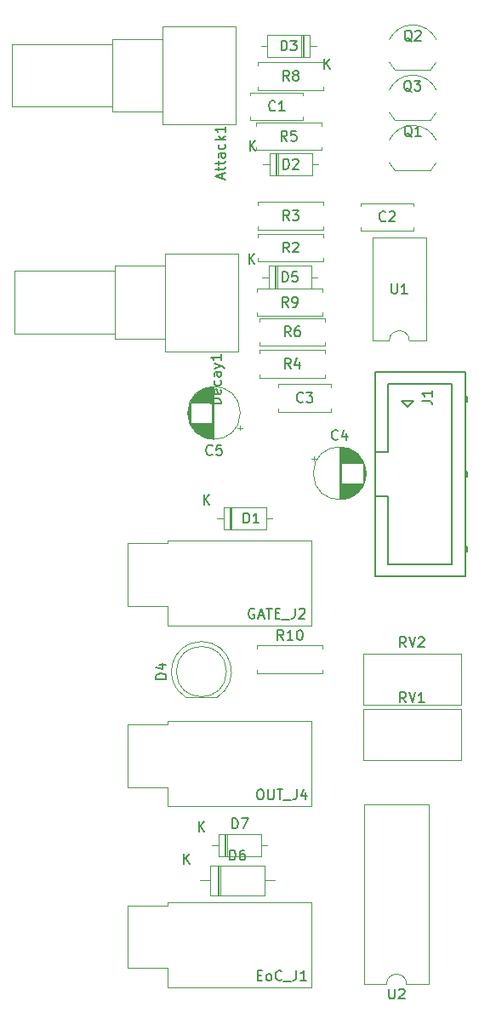
<source format=gbr>
G04 #@! TF.GenerationSoftware,KiCad,Pcbnew,5.0.1*
G04 #@! TF.CreationDate,2019-05-06T23:45:27+02:00*
G04 #@! TF.ProjectId,adadad,6164616461642E6B696361645F706362,rev?*
G04 #@! TF.SameCoordinates,Original*
G04 #@! TF.FileFunction,Legend,Top*
G04 #@! TF.FilePolarity,Positive*
%FSLAX46Y46*%
G04 Gerber Fmt 4.6, Leading zero omitted, Abs format (unit mm)*
G04 Created by KiCad (PCBNEW 5.0.1) date Mo 06 Mai 2019 23:45:27 CEST*
%MOMM*%
%LPD*%
G01*
G04 APERTURE LIST*
%ADD10C,0.120000*%
%ADD11C,0.150000*%
G04 APERTURE END LIST*
D10*
G04 #@! TO.C,RV2*
X132345000Y-111470000D02*
X132345000Y-116540000D01*
X122575000Y-111470000D02*
X122575000Y-116540000D01*
X122575000Y-116540000D02*
X132345000Y-116540000D01*
X122575000Y-111470000D02*
X132345000Y-111470000D01*
G04 #@! TO.C,RV1*
X122575000Y-116970000D02*
X132345000Y-116970000D01*
X122575000Y-122040000D02*
X132345000Y-122040000D01*
X122575000Y-116970000D02*
X122575000Y-122040000D01*
X132345000Y-116970000D02*
X132345000Y-122040000D01*
G04 #@! TO.C,D7*
X108190000Y-129380000D02*
X108190000Y-131620000D01*
X108190000Y-131620000D02*
X112430000Y-131620000D01*
X112430000Y-131620000D02*
X112430000Y-129380000D01*
X112430000Y-129380000D02*
X108190000Y-129380000D01*
X107540000Y-130500000D02*
X108190000Y-130500000D01*
X113080000Y-130500000D02*
X112430000Y-130500000D01*
X108910000Y-129380000D02*
X108910000Y-131620000D01*
X109030000Y-129380000D02*
X109030000Y-131620000D01*
X108790000Y-129380000D02*
X108790000Y-131620000D01*
G04 #@! TO.C,U2*
X124920000Y-144330000D02*
G75*
G02X126920000Y-144330000I1000000J0D01*
G01*
X126920000Y-144330000D02*
X129155000Y-144330000D01*
X129155000Y-144330000D02*
X129155000Y-126430000D01*
X129155000Y-126430000D02*
X122685000Y-126430000D01*
X122685000Y-126430000D02*
X122685000Y-144330000D01*
X122685000Y-144330000D02*
X124920000Y-144330000D01*
D11*
G04 #@! TO.C,J1*
X127000000Y-86900000D02*
X126400000Y-86300000D01*
X127600000Y-86300000D02*
X127000000Y-86900000D01*
X126400000Y-86300000D02*
X127600000Y-86300000D01*
X132840000Y-85850000D02*
X132840000Y-86350000D01*
X132940000Y-86350000D02*
X132740000Y-86350000D01*
X132940000Y-85850000D02*
X132940000Y-86350000D01*
X132740000Y-85850000D02*
X132940000Y-85850000D01*
X132840000Y-100810000D02*
X132840000Y-101310000D01*
X132940000Y-101310000D02*
X132740000Y-101310000D01*
X132940000Y-100810000D02*
X132940000Y-101310000D01*
X132740000Y-100810000D02*
X132940000Y-100810000D01*
X132840000Y-93330000D02*
X132840000Y-93830000D01*
X132940000Y-93830000D02*
X132740000Y-93830000D01*
X132940000Y-93330000D02*
X132940000Y-93830000D01*
X132740000Y-93330000D02*
X132940000Y-93330000D01*
X125100000Y-95805000D02*
X123800000Y-95805000D01*
X125100000Y-102530000D02*
X125100000Y-95805000D01*
X131440000Y-102530000D02*
X125100000Y-102530000D01*
X131440000Y-84630000D02*
X131440000Y-102530000D01*
X125100000Y-84630000D02*
X131440000Y-84630000D01*
X125100000Y-91355000D02*
X125100000Y-84630000D01*
X123800000Y-91355000D02*
X125100000Y-91355000D01*
X123800000Y-103730000D02*
X123800000Y-83430000D01*
X132740000Y-103730000D02*
X123800000Y-103730000D01*
X132740000Y-83430000D02*
X132740000Y-103730000D01*
X123800000Y-83430000D02*
X132740000Y-83430000D01*
D10*
G04 #@! TO.C,D6*
X107360000Y-132530000D02*
X107360000Y-135470000D01*
X107360000Y-135470000D02*
X112800000Y-135470000D01*
X112800000Y-135470000D02*
X112800000Y-132530000D01*
X112800000Y-132530000D02*
X107360000Y-132530000D01*
X106340000Y-134000000D02*
X107360000Y-134000000D01*
X113820000Y-134000000D02*
X112800000Y-134000000D01*
X108260000Y-132530000D02*
X108260000Y-135470000D01*
X108380000Y-132530000D02*
X108380000Y-135470000D01*
X108140000Y-132530000D02*
X108140000Y-135470000D01*
G04 #@! TO.C,D4*
X106500462Y-110240000D02*
G75*
G03X104955170Y-115790000I-462J-2990000D01*
G01*
X106499538Y-110240000D02*
G75*
G02X108044830Y-115790000I462J-2990000D01*
G01*
X109000000Y-113230000D02*
G75*
G03X109000000Y-113230000I-2500000J0D01*
G01*
X104955000Y-115790000D02*
X108045000Y-115790000D01*
G04 #@! TO.C,R10*
X112040000Y-110960000D02*
X112040000Y-110630000D01*
X112040000Y-110630000D02*
X118580000Y-110630000D01*
X118580000Y-110630000D02*
X118580000Y-110960000D01*
X112040000Y-113040000D02*
X112040000Y-113370000D01*
X112040000Y-113370000D02*
X118580000Y-113370000D01*
X118580000Y-113370000D02*
X118580000Y-113040000D01*
G04 #@! TO.C,C4*
X117695225Y-91775000D02*
X117695225Y-92275000D01*
X117445225Y-92025000D02*
X117945225Y-92025000D01*
X122851000Y-93216000D02*
X122851000Y-93784000D01*
X122811000Y-92982000D02*
X122811000Y-94018000D01*
X122771000Y-92823000D02*
X122771000Y-94177000D01*
X122731000Y-92695000D02*
X122731000Y-94305000D01*
X122691000Y-92585000D02*
X122691000Y-94415000D01*
X122651000Y-92489000D02*
X122651000Y-94511000D01*
X122611000Y-92402000D02*
X122611000Y-94598000D01*
X122571000Y-92322000D02*
X122571000Y-94678000D01*
X122531000Y-94540000D02*
X122531000Y-94751000D01*
X122531000Y-92249000D02*
X122531000Y-92460000D01*
X122491000Y-94540000D02*
X122491000Y-94819000D01*
X122491000Y-92181000D02*
X122491000Y-92460000D01*
X122451000Y-94540000D02*
X122451000Y-94883000D01*
X122451000Y-92117000D02*
X122451000Y-92460000D01*
X122411000Y-94540000D02*
X122411000Y-94943000D01*
X122411000Y-92057000D02*
X122411000Y-92460000D01*
X122371000Y-94540000D02*
X122371000Y-95000000D01*
X122371000Y-92000000D02*
X122371000Y-92460000D01*
X122331000Y-94540000D02*
X122331000Y-95054000D01*
X122331000Y-91946000D02*
X122331000Y-92460000D01*
X122291000Y-94540000D02*
X122291000Y-95105000D01*
X122291000Y-91895000D02*
X122291000Y-92460000D01*
X122251000Y-94540000D02*
X122251000Y-95153000D01*
X122251000Y-91847000D02*
X122251000Y-92460000D01*
X122211000Y-94540000D02*
X122211000Y-95199000D01*
X122211000Y-91801000D02*
X122211000Y-92460000D01*
X122171000Y-94540000D02*
X122171000Y-95243000D01*
X122171000Y-91757000D02*
X122171000Y-92460000D01*
X122131000Y-94540000D02*
X122131000Y-95285000D01*
X122131000Y-91715000D02*
X122131000Y-92460000D01*
X122091000Y-94540000D02*
X122091000Y-95326000D01*
X122091000Y-91674000D02*
X122091000Y-92460000D01*
X122051000Y-94540000D02*
X122051000Y-95364000D01*
X122051000Y-91636000D02*
X122051000Y-92460000D01*
X122011000Y-94540000D02*
X122011000Y-95401000D01*
X122011000Y-91599000D02*
X122011000Y-92460000D01*
X121971000Y-94540000D02*
X121971000Y-95437000D01*
X121971000Y-91563000D02*
X121971000Y-92460000D01*
X121931000Y-94540000D02*
X121931000Y-95471000D01*
X121931000Y-91529000D02*
X121931000Y-92460000D01*
X121891000Y-94540000D02*
X121891000Y-95504000D01*
X121891000Y-91496000D02*
X121891000Y-92460000D01*
X121851000Y-94540000D02*
X121851000Y-95535000D01*
X121851000Y-91465000D02*
X121851000Y-92460000D01*
X121811000Y-94540000D02*
X121811000Y-95565000D01*
X121811000Y-91435000D02*
X121811000Y-92460000D01*
X121771000Y-94540000D02*
X121771000Y-95595000D01*
X121771000Y-91405000D02*
X121771000Y-92460000D01*
X121731000Y-94540000D02*
X121731000Y-95622000D01*
X121731000Y-91378000D02*
X121731000Y-92460000D01*
X121691000Y-94540000D02*
X121691000Y-95649000D01*
X121691000Y-91351000D02*
X121691000Y-92460000D01*
X121651000Y-94540000D02*
X121651000Y-95675000D01*
X121651000Y-91325000D02*
X121651000Y-92460000D01*
X121611000Y-94540000D02*
X121611000Y-95700000D01*
X121611000Y-91300000D02*
X121611000Y-92460000D01*
X121571000Y-94540000D02*
X121571000Y-95724000D01*
X121571000Y-91276000D02*
X121571000Y-92460000D01*
X121531000Y-94540000D02*
X121531000Y-95747000D01*
X121531000Y-91253000D02*
X121531000Y-92460000D01*
X121491000Y-94540000D02*
X121491000Y-95768000D01*
X121491000Y-91232000D02*
X121491000Y-92460000D01*
X121451000Y-94540000D02*
X121451000Y-95790000D01*
X121451000Y-91210000D02*
X121451000Y-92460000D01*
X121411000Y-94540000D02*
X121411000Y-95810000D01*
X121411000Y-91190000D02*
X121411000Y-92460000D01*
X121371000Y-94540000D02*
X121371000Y-95829000D01*
X121371000Y-91171000D02*
X121371000Y-92460000D01*
X121331000Y-94540000D02*
X121331000Y-95848000D01*
X121331000Y-91152000D02*
X121331000Y-92460000D01*
X121291000Y-94540000D02*
X121291000Y-95865000D01*
X121291000Y-91135000D02*
X121291000Y-92460000D01*
X121251000Y-94540000D02*
X121251000Y-95882000D01*
X121251000Y-91118000D02*
X121251000Y-92460000D01*
X121211000Y-94540000D02*
X121211000Y-95898000D01*
X121211000Y-91102000D02*
X121211000Y-92460000D01*
X121171000Y-94540000D02*
X121171000Y-95914000D01*
X121171000Y-91086000D02*
X121171000Y-92460000D01*
X121131000Y-94540000D02*
X121131000Y-95928000D01*
X121131000Y-91072000D02*
X121131000Y-92460000D01*
X121091000Y-94540000D02*
X121091000Y-95942000D01*
X121091000Y-91058000D02*
X121091000Y-92460000D01*
X121051000Y-94540000D02*
X121051000Y-95955000D01*
X121051000Y-91045000D02*
X121051000Y-92460000D01*
X121011000Y-94540000D02*
X121011000Y-95968000D01*
X121011000Y-91032000D02*
X121011000Y-92460000D01*
X120971000Y-94540000D02*
X120971000Y-95980000D01*
X120971000Y-91020000D02*
X120971000Y-92460000D01*
X120930000Y-94540000D02*
X120930000Y-95991000D01*
X120930000Y-91009000D02*
X120930000Y-92460000D01*
X120890000Y-94540000D02*
X120890000Y-96001000D01*
X120890000Y-90999000D02*
X120890000Y-92460000D01*
X120850000Y-94540000D02*
X120850000Y-96011000D01*
X120850000Y-90989000D02*
X120850000Y-92460000D01*
X120810000Y-94540000D02*
X120810000Y-96020000D01*
X120810000Y-90980000D02*
X120810000Y-92460000D01*
X120770000Y-94540000D02*
X120770000Y-96028000D01*
X120770000Y-90972000D02*
X120770000Y-92460000D01*
X120730000Y-94540000D02*
X120730000Y-96036000D01*
X120730000Y-90964000D02*
X120730000Y-92460000D01*
X120690000Y-94540000D02*
X120690000Y-96043000D01*
X120690000Y-90957000D02*
X120690000Y-92460000D01*
X120650000Y-94540000D02*
X120650000Y-96050000D01*
X120650000Y-90950000D02*
X120650000Y-92460000D01*
X120610000Y-94540000D02*
X120610000Y-96056000D01*
X120610000Y-90944000D02*
X120610000Y-92460000D01*
X120570000Y-94540000D02*
X120570000Y-96061000D01*
X120570000Y-90939000D02*
X120570000Y-92460000D01*
X120530000Y-94540000D02*
X120530000Y-96065000D01*
X120530000Y-90935000D02*
X120530000Y-92460000D01*
X120490000Y-94540000D02*
X120490000Y-96069000D01*
X120490000Y-90931000D02*
X120490000Y-92460000D01*
X120450000Y-90927000D02*
X120450000Y-96073000D01*
X120410000Y-90924000D02*
X120410000Y-96076000D01*
X120370000Y-90922000D02*
X120370000Y-96078000D01*
X120330000Y-90921000D02*
X120330000Y-96079000D01*
X120290000Y-90920000D02*
X120290000Y-96080000D01*
X120250000Y-90920000D02*
X120250000Y-96080000D01*
X122870000Y-93500000D02*
G75*
G03X122870000Y-93500000I-2620000J0D01*
G01*
G04 #@! TO.C,C5*
X110370000Y-87500000D02*
G75*
G03X110370000Y-87500000I-2620000J0D01*
G01*
X107750000Y-90080000D02*
X107750000Y-84920000D01*
X107710000Y-90080000D02*
X107710000Y-84920000D01*
X107670000Y-90079000D02*
X107670000Y-84921000D01*
X107630000Y-90078000D02*
X107630000Y-84922000D01*
X107590000Y-90076000D02*
X107590000Y-84924000D01*
X107550000Y-90073000D02*
X107550000Y-84927000D01*
X107510000Y-90069000D02*
X107510000Y-88540000D01*
X107510000Y-86460000D02*
X107510000Y-84931000D01*
X107470000Y-90065000D02*
X107470000Y-88540000D01*
X107470000Y-86460000D02*
X107470000Y-84935000D01*
X107430000Y-90061000D02*
X107430000Y-88540000D01*
X107430000Y-86460000D02*
X107430000Y-84939000D01*
X107390000Y-90056000D02*
X107390000Y-88540000D01*
X107390000Y-86460000D02*
X107390000Y-84944000D01*
X107350000Y-90050000D02*
X107350000Y-88540000D01*
X107350000Y-86460000D02*
X107350000Y-84950000D01*
X107310000Y-90043000D02*
X107310000Y-88540000D01*
X107310000Y-86460000D02*
X107310000Y-84957000D01*
X107270000Y-90036000D02*
X107270000Y-88540000D01*
X107270000Y-86460000D02*
X107270000Y-84964000D01*
X107230000Y-90028000D02*
X107230000Y-88540000D01*
X107230000Y-86460000D02*
X107230000Y-84972000D01*
X107190000Y-90020000D02*
X107190000Y-88540000D01*
X107190000Y-86460000D02*
X107190000Y-84980000D01*
X107150000Y-90011000D02*
X107150000Y-88540000D01*
X107150000Y-86460000D02*
X107150000Y-84989000D01*
X107110000Y-90001000D02*
X107110000Y-88540000D01*
X107110000Y-86460000D02*
X107110000Y-84999000D01*
X107070000Y-89991000D02*
X107070000Y-88540000D01*
X107070000Y-86460000D02*
X107070000Y-85009000D01*
X107029000Y-89980000D02*
X107029000Y-88540000D01*
X107029000Y-86460000D02*
X107029000Y-85020000D01*
X106989000Y-89968000D02*
X106989000Y-88540000D01*
X106989000Y-86460000D02*
X106989000Y-85032000D01*
X106949000Y-89955000D02*
X106949000Y-88540000D01*
X106949000Y-86460000D02*
X106949000Y-85045000D01*
X106909000Y-89942000D02*
X106909000Y-88540000D01*
X106909000Y-86460000D02*
X106909000Y-85058000D01*
X106869000Y-89928000D02*
X106869000Y-88540000D01*
X106869000Y-86460000D02*
X106869000Y-85072000D01*
X106829000Y-89914000D02*
X106829000Y-88540000D01*
X106829000Y-86460000D02*
X106829000Y-85086000D01*
X106789000Y-89898000D02*
X106789000Y-88540000D01*
X106789000Y-86460000D02*
X106789000Y-85102000D01*
X106749000Y-89882000D02*
X106749000Y-88540000D01*
X106749000Y-86460000D02*
X106749000Y-85118000D01*
X106709000Y-89865000D02*
X106709000Y-88540000D01*
X106709000Y-86460000D02*
X106709000Y-85135000D01*
X106669000Y-89848000D02*
X106669000Y-88540000D01*
X106669000Y-86460000D02*
X106669000Y-85152000D01*
X106629000Y-89829000D02*
X106629000Y-88540000D01*
X106629000Y-86460000D02*
X106629000Y-85171000D01*
X106589000Y-89810000D02*
X106589000Y-88540000D01*
X106589000Y-86460000D02*
X106589000Y-85190000D01*
X106549000Y-89790000D02*
X106549000Y-88540000D01*
X106549000Y-86460000D02*
X106549000Y-85210000D01*
X106509000Y-89768000D02*
X106509000Y-88540000D01*
X106509000Y-86460000D02*
X106509000Y-85232000D01*
X106469000Y-89747000D02*
X106469000Y-88540000D01*
X106469000Y-86460000D02*
X106469000Y-85253000D01*
X106429000Y-89724000D02*
X106429000Y-88540000D01*
X106429000Y-86460000D02*
X106429000Y-85276000D01*
X106389000Y-89700000D02*
X106389000Y-88540000D01*
X106389000Y-86460000D02*
X106389000Y-85300000D01*
X106349000Y-89675000D02*
X106349000Y-88540000D01*
X106349000Y-86460000D02*
X106349000Y-85325000D01*
X106309000Y-89649000D02*
X106309000Y-88540000D01*
X106309000Y-86460000D02*
X106309000Y-85351000D01*
X106269000Y-89622000D02*
X106269000Y-88540000D01*
X106269000Y-86460000D02*
X106269000Y-85378000D01*
X106229000Y-89595000D02*
X106229000Y-88540000D01*
X106229000Y-86460000D02*
X106229000Y-85405000D01*
X106189000Y-89565000D02*
X106189000Y-88540000D01*
X106189000Y-86460000D02*
X106189000Y-85435000D01*
X106149000Y-89535000D02*
X106149000Y-88540000D01*
X106149000Y-86460000D02*
X106149000Y-85465000D01*
X106109000Y-89504000D02*
X106109000Y-88540000D01*
X106109000Y-86460000D02*
X106109000Y-85496000D01*
X106069000Y-89471000D02*
X106069000Y-88540000D01*
X106069000Y-86460000D02*
X106069000Y-85529000D01*
X106029000Y-89437000D02*
X106029000Y-88540000D01*
X106029000Y-86460000D02*
X106029000Y-85563000D01*
X105989000Y-89401000D02*
X105989000Y-88540000D01*
X105989000Y-86460000D02*
X105989000Y-85599000D01*
X105949000Y-89364000D02*
X105949000Y-88540000D01*
X105949000Y-86460000D02*
X105949000Y-85636000D01*
X105909000Y-89326000D02*
X105909000Y-88540000D01*
X105909000Y-86460000D02*
X105909000Y-85674000D01*
X105869000Y-89285000D02*
X105869000Y-88540000D01*
X105869000Y-86460000D02*
X105869000Y-85715000D01*
X105829000Y-89243000D02*
X105829000Y-88540000D01*
X105829000Y-86460000D02*
X105829000Y-85757000D01*
X105789000Y-89199000D02*
X105789000Y-88540000D01*
X105789000Y-86460000D02*
X105789000Y-85801000D01*
X105749000Y-89153000D02*
X105749000Y-88540000D01*
X105749000Y-86460000D02*
X105749000Y-85847000D01*
X105709000Y-89105000D02*
X105709000Y-88540000D01*
X105709000Y-86460000D02*
X105709000Y-85895000D01*
X105669000Y-89054000D02*
X105669000Y-88540000D01*
X105669000Y-86460000D02*
X105669000Y-85946000D01*
X105629000Y-89000000D02*
X105629000Y-88540000D01*
X105629000Y-86460000D02*
X105629000Y-86000000D01*
X105589000Y-88943000D02*
X105589000Y-88540000D01*
X105589000Y-86460000D02*
X105589000Y-86057000D01*
X105549000Y-88883000D02*
X105549000Y-88540000D01*
X105549000Y-86460000D02*
X105549000Y-86117000D01*
X105509000Y-88819000D02*
X105509000Y-88540000D01*
X105509000Y-86460000D02*
X105509000Y-86181000D01*
X105469000Y-88751000D02*
X105469000Y-88540000D01*
X105469000Y-86460000D02*
X105469000Y-86249000D01*
X105429000Y-88678000D02*
X105429000Y-86322000D01*
X105389000Y-88598000D02*
X105389000Y-86402000D01*
X105349000Y-88511000D02*
X105349000Y-86489000D01*
X105309000Y-88415000D02*
X105309000Y-86585000D01*
X105269000Y-88305000D02*
X105269000Y-86695000D01*
X105229000Y-88177000D02*
X105229000Y-86823000D01*
X105189000Y-88018000D02*
X105189000Y-86982000D01*
X105149000Y-87784000D02*
X105149000Y-87216000D01*
X110554775Y-88975000D02*
X110054775Y-88975000D01*
X110304775Y-89225000D02*
X110304775Y-88725000D01*
G04 #@! TO.C,Q1*
X125740000Y-63350000D02*
X129340000Y-63350000D01*
X125215816Y-62622795D02*
G75*
G03X125740000Y-63350000I2324184J1122795D01*
G01*
X125183600Y-60401193D02*
G75*
G02X127540000Y-58900000I2356400J-1098807D01*
G01*
X129896400Y-60401193D02*
G75*
G03X127540000Y-58900000I-2356400J-1098807D01*
G01*
X129864184Y-62622795D02*
G75*
G02X129340000Y-63350000I-2324184J1122795D01*
G01*
G04 #@! TO.C,Q2*
X129864184Y-52622795D02*
G75*
G02X129340000Y-53350000I-2324184J1122795D01*
G01*
X129896400Y-50401193D02*
G75*
G03X127540000Y-48900000I-2356400J-1098807D01*
G01*
X125183600Y-50401193D02*
G75*
G02X127540000Y-48900000I2356400J-1098807D01*
G01*
X125215816Y-52622795D02*
G75*
G03X125740000Y-53350000I2324184J1122795D01*
G01*
X125740000Y-53350000D02*
X129340000Y-53350000D01*
G04 #@! TO.C,Q3*
X125740000Y-58350000D02*
X129340000Y-58350000D01*
X125215816Y-57622795D02*
G75*
G03X125740000Y-58350000I2324184J1122795D01*
G01*
X125183600Y-55401193D02*
G75*
G02X127540000Y-53900000I2356400J-1098807D01*
G01*
X129896400Y-55401193D02*
G75*
G03X127540000Y-53900000I-2356400J-1098807D01*
G01*
X129864184Y-57622795D02*
G75*
G02X129340000Y-58350000I-2324184J1122795D01*
G01*
G04 #@! TO.C,EoC_J1*
X99180000Y-142720000D02*
X99180000Y-136480000D01*
X99180000Y-136480000D02*
X103180000Y-136480000D01*
X103180000Y-136480000D02*
X103180000Y-136180000D01*
X103180000Y-136180000D02*
X117420000Y-136180000D01*
X117420000Y-136180000D02*
X117420000Y-144620000D01*
X117420000Y-144620000D02*
X103180000Y-144620000D01*
X103180000Y-144620000D02*
X103180000Y-142720000D01*
X103180000Y-142720000D02*
X99180000Y-142720000D01*
G04 #@! TO.C,GATE_J2*
X99180000Y-106720000D02*
X99180000Y-100480000D01*
X99180000Y-100480000D02*
X103180000Y-100480000D01*
X103180000Y-100480000D02*
X103180000Y-100180000D01*
X103180000Y-100180000D02*
X117420000Y-100180000D01*
X117420000Y-100180000D02*
X117420000Y-108620000D01*
X117420000Y-108620000D02*
X103180000Y-108620000D01*
X103180000Y-108620000D02*
X103180000Y-106720000D01*
X103180000Y-106720000D02*
X99180000Y-106720000D01*
G04 #@! TO.C,OUT_J4*
X99180000Y-124720000D02*
X99180000Y-118480000D01*
X99180000Y-118480000D02*
X103180000Y-118480000D01*
X103180000Y-118480000D02*
X103180000Y-118180000D01*
X103180000Y-118180000D02*
X117420000Y-118180000D01*
X117420000Y-118180000D02*
X117420000Y-126620000D01*
X117420000Y-126620000D02*
X103180000Y-126620000D01*
X103180000Y-126620000D02*
X103180000Y-124720000D01*
X103180000Y-124720000D02*
X99180000Y-124720000D01*
G04 #@! TO.C,Attack1*
X109945000Y-58805000D02*
X102655000Y-58805000D01*
X109945000Y-49065000D02*
X102655000Y-49065000D01*
X109945000Y-58805000D02*
X109945000Y-49065000D01*
X102655000Y-58805000D02*
X102655000Y-49065000D01*
X102655000Y-57555000D02*
X97655000Y-57555000D01*
X102655000Y-50315000D02*
X97655000Y-50315000D01*
X102655000Y-57555000D02*
X102655000Y-50315000D01*
X97655000Y-57555000D02*
X97655000Y-50315000D01*
X97655000Y-57055000D02*
X87655000Y-57055000D01*
X97655000Y-50815000D02*
X87655000Y-50815000D01*
X97655000Y-57055000D02*
X97655000Y-50815000D01*
X87655000Y-57055000D02*
X87655000Y-50815000D01*
G04 #@! TO.C,Decay1*
X110170000Y-81370000D02*
X102880000Y-81370000D01*
X110170000Y-71630000D02*
X102880000Y-71630000D01*
X110170000Y-81370000D02*
X110170000Y-71630000D01*
X102880000Y-81370000D02*
X102880000Y-71630000D01*
X102880000Y-80120000D02*
X97880000Y-80120000D01*
X102880000Y-72880000D02*
X97880000Y-72880000D01*
X102880000Y-80120000D02*
X102880000Y-72880000D01*
X97880000Y-80120000D02*
X97880000Y-72880000D01*
X97880000Y-79620000D02*
X87880000Y-79620000D01*
X97880000Y-73380000D02*
X87880000Y-73380000D01*
X97880000Y-79620000D02*
X97880000Y-73380000D01*
X87880000Y-79620000D02*
X87880000Y-73380000D01*
G04 #@! TO.C,C1*
X116620000Y-58055000D02*
X116620000Y-58370000D01*
X116620000Y-55630000D02*
X116620000Y-55945000D01*
X111380000Y-58055000D02*
X111380000Y-58370000D01*
X111380000Y-55630000D02*
X111380000Y-55945000D01*
X111380000Y-58370000D02*
X116620000Y-58370000D01*
X111380000Y-55630000D02*
X116620000Y-55630000D01*
G04 #@! TO.C,C2*
X122380000Y-66630000D02*
X127620000Y-66630000D01*
X122380000Y-69370000D02*
X127620000Y-69370000D01*
X122380000Y-66630000D02*
X122380000Y-66945000D01*
X122380000Y-69055000D02*
X122380000Y-69370000D01*
X127620000Y-66630000D02*
X127620000Y-66945000D01*
X127620000Y-69055000D02*
X127620000Y-69370000D01*
G04 #@! TO.C,C3*
X119405000Y-87055000D02*
X119405000Y-87370000D01*
X119405000Y-84630000D02*
X119405000Y-84945000D01*
X114165000Y-87055000D02*
X114165000Y-87370000D01*
X114165000Y-84630000D02*
X114165000Y-84945000D01*
X114165000Y-87370000D02*
X119405000Y-87370000D01*
X114165000Y-84630000D02*
X119405000Y-84630000D01*
G04 #@! TO.C,D1*
X109290000Y-96880000D02*
X109290000Y-99120000D01*
X109530000Y-96880000D02*
X109530000Y-99120000D01*
X109410000Y-96880000D02*
X109410000Y-99120000D01*
X113580000Y-98000000D02*
X112930000Y-98000000D01*
X108040000Y-98000000D02*
X108690000Y-98000000D01*
X112930000Y-96880000D02*
X108690000Y-96880000D01*
X112930000Y-99120000D02*
X112930000Y-96880000D01*
X108690000Y-99120000D02*
X112930000Y-99120000D01*
X108690000Y-96880000D02*
X108690000Y-99120000D01*
G04 #@! TO.C,D2*
X113275000Y-61665000D02*
X113275000Y-63905000D01*
X113275000Y-63905000D02*
X117515000Y-63905000D01*
X117515000Y-63905000D02*
X117515000Y-61665000D01*
X117515000Y-61665000D02*
X113275000Y-61665000D01*
X112625000Y-62785000D02*
X113275000Y-62785000D01*
X118165000Y-62785000D02*
X117515000Y-62785000D01*
X113995000Y-61665000D02*
X113995000Y-63905000D01*
X114115000Y-61665000D02*
X114115000Y-63905000D01*
X113875000Y-61665000D02*
X113875000Y-63905000D01*
G04 #@! TO.C,D3*
X116710000Y-52120000D02*
X116710000Y-49880000D01*
X116470000Y-52120000D02*
X116470000Y-49880000D01*
X116590000Y-52120000D02*
X116590000Y-49880000D01*
X112420000Y-51000000D02*
X113070000Y-51000000D01*
X117960000Y-51000000D02*
X117310000Y-51000000D01*
X113070000Y-52120000D02*
X117310000Y-52120000D01*
X113070000Y-49880000D02*
X113070000Y-52120000D01*
X117310000Y-49880000D02*
X113070000Y-49880000D01*
X117310000Y-52120000D02*
X117310000Y-49880000D01*
G04 #@! TO.C,D5*
X113790000Y-72880000D02*
X113790000Y-75120000D01*
X114030000Y-72880000D02*
X114030000Y-75120000D01*
X113910000Y-72880000D02*
X113910000Y-75120000D01*
X118080000Y-74000000D02*
X117430000Y-74000000D01*
X112540000Y-74000000D02*
X113190000Y-74000000D01*
X117430000Y-72880000D02*
X113190000Y-72880000D01*
X117430000Y-75120000D02*
X117430000Y-72880000D01*
X113190000Y-75120000D02*
X117430000Y-75120000D01*
X113190000Y-72880000D02*
X113190000Y-75120000D01*
G04 #@! TO.C,R2*
X118665000Y-72120000D02*
X118665000Y-72450000D01*
X118665000Y-72450000D02*
X112125000Y-72450000D01*
X112125000Y-72450000D02*
X112125000Y-72120000D01*
X118665000Y-70040000D02*
X118665000Y-69710000D01*
X118665000Y-69710000D02*
X112125000Y-69710000D01*
X112125000Y-69710000D02*
X112125000Y-70040000D01*
G04 #@! TO.C,R5*
X111920000Y-58630000D02*
X111920000Y-58960000D01*
X118460000Y-58630000D02*
X111920000Y-58630000D01*
X118460000Y-58960000D02*
X118460000Y-58630000D01*
X111920000Y-61370000D02*
X111920000Y-61040000D01*
X118460000Y-61370000D02*
X111920000Y-61370000D01*
X118460000Y-61040000D02*
X118460000Y-61370000D01*
G04 #@! TO.C,R6*
X112285000Y-78405000D02*
X112285000Y-78075000D01*
X112285000Y-78075000D02*
X118825000Y-78075000D01*
X118825000Y-78075000D02*
X118825000Y-78405000D01*
X112285000Y-80485000D02*
X112285000Y-80815000D01*
X112285000Y-80815000D02*
X118825000Y-80815000D01*
X118825000Y-80815000D02*
X118825000Y-80485000D01*
G04 #@! TO.C,R8*
X112125000Y-52960000D02*
X112125000Y-52630000D01*
X112125000Y-52630000D02*
X118665000Y-52630000D01*
X118665000Y-52630000D02*
X118665000Y-52960000D01*
X112125000Y-55040000D02*
X112125000Y-55370000D01*
X112125000Y-55370000D02*
X118665000Y-55370000D01*
X118665000Y-55370000D02*
X118665000Y-55040000D01*
G04 #@! TO.C,R9*
X112040000Y-75460000D02*
X112040000Y-75130000D01*
X112040000Y-75130000D02*
X118580000Y-75130000D01*
X118580000Y-75130000D02*
X118580000Y-75460000D01*
X112040000Y-77540000D02*
X112040000Y-77870000D01*
X112040000Y-77870000D02*
X118580000Y-77870000D01*
X118580000Y-77870000D02*
X118580000Y-77540000D01*
G04 #@! TO.C,R4*
X112285000Y-81580000D02*
X112285000Y-81250000D01*
X112285000Y-81250000D02*
X118825000Y-81250000D01*
X118825000Y-81250000D02*
X118825000Y-81580000D01*
X112285000Y-83660000D02*
X112285000Y-83990000D01*
X112285000Y-83990000D02*
X118825000Y-83990000D01*
X118825000Y-83990000D02*
X118825000Y-83660000D01*
G04 #@! TO.C,R3*
X112125000Y-66535000D02*
X112125000Y-66865000D01*
X118665000Y-66535000D02*
X112125000Y-66535000D01*
X118665000Y-66865000D02*
X118665000Y-66535000D01*
X112125000Y-69275000D02*
X112125000Y-68945000D01*
X118665000Y-69275000D02*
X112125000Y-69275000D01*
X118665000Y-68945000D02*
X118665000Y-69275000D01*
G04 #@! TO.C,U1*
X123540000Y-80330000D02*
X125190000Y-80330000D01*
X123540000Y-70050000D02*
X123540000Y-80330000D01*
X128840000Y-70050000D02*
X123540000Y-70050000D01*
X128840000Y-80330000D02*
X128840000Y-70050000D01*
X127190000Y-80330000D02*
X128840000Y-80330000D01*
X125190000Y-80330000D02*
G75*
G02X127190000Y-80330000I1000000J0D01*
G01*
G04 #@! TO.C,RV2*
D11*
X126864761Y-110792380D02*
X126531428Y-110316190D01*
X126293333Y-110792380D02*
X126293333Y-109792380D01*
X126674285Y-109792380D01*
X126769523Y-109840000D01*
X126817142Y-109887619D01*
X126864761Y-109982857D01*
X126864761Y-110125714D01*
X126817142Y-110220952D01*
X126769523Y-110268571D01*
X126674285Y-110316190D01*
X126293333Y-110316190D01*
X127150476Y-109792380D02*
X127483809Y-110792380D01*
X127817142Y-109792380D01*
X128102857Y-109887619D02*
X128150476Y-109840000D01*
X128245714Y-109792380D01*
X128483809Y-109792380D01*
X128579047Y-109840000D01*
X128626666Y-109887619D01*
X128674285Y-109982857D01*
X128674285Y-110078095D01*
X128626666Y-110220952D01*
X128055238Y-110792380D01*
X128674285Y-110792380D01*
G04 #@! TO.C,RV1*
X126864761Y-116292380D02*
X126531428Y-115816190D01*
X126293333Y-116292380D02*
X126293333Y-115292380D01*
X126674285Y-115292380D01*
X126769523Y-115340000D01*
X126817142Y-115387619D01*
X126864761Y-115482857D01*
X126864761Y-115625714D01*
X126817142Y-115720952D01*
X126769523Y-115768571D01*
X126674285Y-115816190D01*
X126293333Y-115816190D01*
X127150476Y-115292380D02*
X127483809Y-116292380D01*
X127817142Y-115292380D01*
X128674285Y-116292380D02*
X128102857Y-116292380D01*
X128388571Y-116292380D02*
X128388571Y-115292380D01*
X128293333Y-115435238D01*
X128198095Y-115530476D01*
X128102857Y-115578095D01*
G04 #@! TO.C,D7*
X109571904Y-128832380D02*
X109571904Y-127832380D01*
X109810000Y-127832380D01*
X109952857Y-127880000D01*
X110048095Y-127975238D01*
X110095714Y-128070476D01*
X110143333Y-128260952D01*
X110143333Y-128403809D01*
X110095714Y-128594285D01*
X110048095Y-128689523D01*
X109952857Y-128784761D01*
X109810000Y-128832380D01*
X109571904Y-128832380D01*
X110476666Y-127832380D02*
X111143333Y-127832380D01*
X110714761Y-128832380D01*
X106238095Y-129152380D02*
X106238095Y-128152380D01*
X106809523Y-129152380D02*
X106380952Y-128580952D01*
X106809523Y-128152380D02*
X106238095Y-128723809D01*
G04 #@! TO.C,U2*
X125158095Y-144782380D02*
X125158095Y-145591904D01*
X125205714Y-145687142D01*
X125253333Y-145734761D01*
X125348571Y-145782380D01*
X125539047Y-145782380D01*
X125634285Y-145734761D01*
X125681904Y-145687142D01*
X125729523Y-145591904D01*
X125729523Y-144782380D01*
X126158095Y-144877619D02*
X126205714Y-144830000D01*
X126300952Y-144782380D01*
X126539047Y-144782380D01*
X126634285Y-144830000D01*
X126681904Y-144877619D01*
X126729523Y-144972857D01*
X126729523Y-145068095D01*
X126681904Y-145210952D01*
X126110476Y-145782380D01*
X126729523Y-145782380D01*
G04 #@! TO.C,J1*
X128452380Y-86293333D02*
X129166666Y-86293333D01*
X129309523Y-86340952D01*
X129404761Y-86436190D01*
X129452380Y-86579047D01*
X129452380Y-86674285D01*
X129452380Y-85293333D02*
X129452380Y-85864761D01*
X129452380Y-85579047D02*
X128452380Y-85579047D01*
X128595238Y-85674285D01*
X128690476Y-85769523D01*
X128738095Y-85864761D01*
G04 #@! TO.C,D6*
X109341904Y-131982380D02*
X109341904Y-130982380D01*
X109580000Y-130982380D01*
X109722857Y-131030000D01*
X109818095Y-131125238D01*
X109865714Y-131220476D01*
X109913333Y-131410952D01*
X109913333Y-131553809D01*
X109865714Y-131744285D01*
X109818095Y-131839523D01*
X109722857Y-131934761D01*
X109580000Y-131982380D01*
X109341904Y-131982380D01*
X110770476Y-130982380D02*
X110580000Y-130982380D01*
X110484761Y-131030000D01*
X110437142Y-131077619D01*
X110341904Y-131220476D01*
X110294285Y-131410952D01*
X110294285Y-131791904D01*
X110341904Y-131887142D01*
X110389523Y-131934761D01*
X110484761Y-131982380D01*
X110675238Y-131982380D01*
X110770476Y-131934761D01*
X110818095Y-131887142D01*
X110865714Y-131791904D01*
X110865714Y-131553809D01*
X110818095Y-131458571D01*
X110770476Y-131410952D01*
X110675238Y-131363333D01*
X110484761Y-131363333D01*
X110389523Y-131410952D01*
X110341904Y-131458571D01*
X110294285Y-131553809D01*
X104738095Y-132352380D02*
X104738095Y-131352380D01*
X105309523Y-132352380D02*
X104880952Y-131780952D01*
X105309523Y-131352380D02*
X104738095Y-131923809D01*
G04 #@! TO.C,D4*
X102992380Y-113968095D02*
X101992380Y-113968095D01*
X101992380Y-113730000D01*
X102040000Y-113587142D01*
X102135238Y-113491904D01*
X102230476Y-113444285D01*
X102420952Y-113396666D01*
X102563809Y-113396666D01*
X102754285Y-113444285D01*
X102849523Y-113491904D01*
X102944761Y-113587142D01*
X102992380Y-113730000D01*
X102992380Y-113968095D01*
X102325714Y-112539523D02*
X102992380Y-112539523D01*
X101944761Y-112777619D02*
X102659047Y-113015714D01*
X102659047Y-112396666D01*
G04 #@! TO.C,R10*
X114667142Y-110082380D02*
X114333809Y-109606190D01*
X114095714Y-110082380D02*
X114095714Y-109082380D01*
X114476666Y-109082380D01*
X114571904Y-109130000D01*
X114619523Y-109177619D01*
X114667142Y-109272857D01*
X114667142Y-109415714D01*
X114619523Y-109510952D01*
X114571904Y-109558571D01*
X114476666Y-109606190D01*
X114095714Y-109606190D01*
X115619523Y-110082380D02*
X115048095Y-110082380D01*
X115333809Y-110082380D02*
X115333809Y-109082380D01*
X115238571Y-109225238D01*
X115143333Y-109320476D01*
X115048095Y-109368095D01*
X116238571Y-109082380D02*
X116333809Y-109082380D01*
X116429047Y-109130000D01*
X116476666Y-109177619D01*
X116524285Y-109272857D01*
X116571904Y-109463333D01*
X116571904Y-109701428D01*
X116524285Y-109891904D01*
X116476666Y-109987142D01*
X116429047Y-110034761D01*
X116333809Y-110082380D01*
X116238571Y-110082380D01*
X116143333Y-110034761D01*
X116095714Y-109987142D01*
X116048095Y-109891904D01*
X116000476Y-109701428D01*
X116000476Y-109463333D01*
X116048095Y-109272857D01*
X116095714Y-109177619D01*
X116143333Y-109130000D01*
X116238571Y-109082380D01*
G04 #@! TO.C,C4*
X120083333Y-90107142D02*
X120035714Y-90154761D01*
X119892857Y-90202380D01*
X119797619Y-90202380D01*
X119654761Y-90154761D01*
X119559523Y-90059523D01*
X119511904Y-89964285D01*
X119464285Y-89773809D01*
X119464285Y-89630952D01*
X119511904Y-89440476D01*
X119559523Y-89345238D01*
X119654761Y-89250000D01*
X119797619Y-89202380D01*
X119892857Y-89202380D01*
X120035714Y-89250000D01*
X120083333Y-89297619D01*
X120940476Y-89535714D02*
X120940476Y-90202380D01*
X120702380Y-89154761D02*
X120464285Y-89869047D01*
X121083333Y-89869047D01*
G04 #@! TO.C,C5*
X107583333Y-91607142D02*
X107535714Y-91654761D01*
X107392857Y-91702380D01*
X107297619Y-91702380D01*
X107154761Y-91654761D01*
X107059523Y-91559523D01*
X107011904Y-91464285D01*
X106964285Y-91273809D01*
X106964285Y-91130952D01*
X107011904Y-90940476D01*
X107059523Y-90845238D01*
X107154761Y-90750000D01*
X107297619Y-90702380D01*
X107392857Y-90702380D01*
X107535714Y-90750000D01*
X107583333Y-90797619D01*
X108488095Y-90702380D02*
X108011904Y-90702380D01*
X107964285Y-91178571D01*
X108011904Y-91130952D01*
X108107142Y-91083333D01*
X108345238Y-91083333D01*
X108440476Y-91130952D01*
X108488095Y-91178571D01*
X108535714Y-91273809D01*
X108535714Y-91511904D01*
X108488095Y-91607142D01*
X108440476Y-91654761D01*
X108345238Y-91702380D01*
X108107142Y-91702380D01*
X108011904Y-91654761D01*
X107964285Y-91607142D01*
G04 #@! TO.C,Q1*
X127444761Y-60047619D02*
X127349523Y-60000000D01*
X127254285Y-59904761D01*
X127111428Y-59761904D01*
X127016190Y-59714285D01*
X126920952Y-59714285D01*
X126968571Y-59952380D02*
X126873333Y-59904761D01*
X126778095Y-59809523D01*
X126730476Y-59619047D01*
X126730476Y-59285714D01*
X126778095Y-59095238D01*
X126873333Y-59000000D01*
X126968571Y-58952380D01*
X127159047Y-58952380D01*
X127254285Y-59000000D01*
X127349523Y-59095238D01*
X127397142Y-59285714D01*
X127397142Y-59619047D01*
X127349523Y-59809523D01*
X127254285Y-59904761D01*
X127159047Y-59952380D01*
X126968571Y-59952380D01*
X128349523Y-59952380D02*
X127778095Y-59952380D01*
X128063809Y-59952380D02*
X128063809Y-58952380D01*
X127968571Y-59095238D01*
X127873333Y-59190476D01*
X127778095Y-59238095D01*
G04 #@! TO.C,Q2*
X127444761Y-50547619D02*
X127349523Y-50500000D01*
X127254285Y-50404761D01*
X127111428Y-50261904D01*
X127016190Y-50214285D01*
X126920952Y-50214285D01*
X126968571Y-50452380D02*
X126873333Y-50404761D01*
X126778095Y-50309523D01*
X126730476Y-50119047D01*
X126730476Y-49785714D01*
X126778095Y-49595238D01*
X126873333Y-49500000D01*
X126968571Y-49452380D01*
X127159047Y-49452380D01*
X127254285Y-49500000D01*
X127349523Y-49595238D01*
X127397142Y-49785714D01*
X127397142Y-50119047D01*
X127349523Y-50309523D01*
X127254285Y-50404761D01*
X127159047Y-50452380D01*
X126968571Y-50452380D01*
X127778095Y-49547619D02*
X127825714Y-49500000D01*
X127920952Y-49452380D01*
X128159047Y-49452380D01*
X128254285Y-49500000D01*
X128301904Y-49547619D01*
X128349523Y-49642857D01*
X128349523Y-49738095D01*
X128301904Y-49880952D01*
X127730476Y-50452380D01*
X128349523Y-50452380D01*
G04 #@! TO.C,Q3*
X127404761Y-55547619D02*
X127309523Y-55500000D01*
X127214285Y-55404761D01*
X127071428Y-55261904D01*
X126976190Y-55214285D01*
X126880952Y-55214285D01*
X126928571Y-55452380D02*
X126833333Y-55404761D01*
X126738095Y-55309523D01*
X126690476Y-55119047D01*
X126690476Y-54785714D01*
X126738095Y-54595238D01*
X126833333Y-54500000D01*
X126928571Y-54452380D01*
X127119047Y-54452380D01*
X127214285Y-54500000D01*
X127309523Y-54595238D01*
X127357142Y-54785714D01*
X127357142Y-55119047D01*
X127309523Y-55309523D01*
X127214285Y-55404761D01*
X127119047Y-55452380D01*
X126928571Y-55452380D01*
X127690476Y-54452380D02*
X128309523Y-54452380D01*
X127976190Y-54833333D01*
X128119047Y-54833333D01*
X128214285Y-54880952D01*
X128261904Y-54928571D01*
X128309523Y-55023809D01*
X128309523Y-55261904D01*
X128261904Y-55357142D01*
X128214285Y-55404761D01*
X128119047Y-55452380D01*
X127833333Y-55452380D01*
X127738095Y-55404761D01*
X127690476Y-55357142D01*
G04 #@! TO.C,EoC_J1*
X112095238Y-143428571D02*
X112428571Y-143428571D01*
X112571428Y-143952380D02*
X112095238Y-143952380D01*
X112095238Y-142952380D01*
X112571428Y-142952380D01*
X113142857Y-143952380D02*
X113047619Y-143904761D01*
X113000000Y-143857142D01*
X112952380Y-143761904D01*
X112952380Y-143476190D01*
X113000000Y-143380952D01*
X113047619Y-143333333D01*
X113142857Y-143285714D01*
X113285714Y-143285714D01*
X113380952Y-143333333D01*
X113428571Y-143380952D01*
X113476190Y-143476190D01*
X113476190Y-143761904D01*
X113428571Y-143857142D01*
X113380952Y-143904761D01*
X113285714Y-143952380D01*
X113142857Y-143952380D01*
X114476190Y-143857142D02*
X114428571Y-143904761D01*
X114285714Y-143952380D01*
X114190476Y-143952380D01*
X114047619Y-143904761D01*
X113952380Y-143809523D01*
X113904761Y-143714285D01*
X113857142Y-143523809D01*
X113857142Y-143380952D01*
X113904761Y-143190476D01*
X113952380Y-143095238D01*
X114047619Y-143000000D01*
X114190476Y-142952380D01*
X114285714Y-142952380D01*
X114428571Y-143000000D01*
X114476190Y-143047619D01*
X114666666Y-144047619D02*
X115428571Y-144047619D01*
X115952380Y-142952380D02*
X115952380Y-143666666D01*
X115904761Y-143809523D01*
X115809523Y-143904761D01*
X115666666Y-143952380D01*
X115571428Y-143952380D01*
X116952380Y-143952380D02*
X116380952Y-143952380D01*
X116666666Y-143952380D02*
X116666666Y-142952380D01*
X116571428Y-143095238D01*
X116476190Y-143190476D01*
X116380952Y-143238095D01*
G04 #@! TO.C,GATE_J2*
X111761904Y-107000000D02*
X111666666Y-106952380D01*
X111523809Y-106952380D01*
X111380952Y-107000000D01*
X111285714Y-107095238D01*
X111238095Y-107190476D01*
X111190476Y-107380952D01*
X111190476Y-107523809D01*
X111238095Y-107714285D01*
X111285714Y-107809523D01*
X111380952Y-107904761D01*
X111523809Y-107952380D01*
X111619047Y-107952380D01*
X111761904Y-107904761D01*
X111809523Y-107857142D01*
X111809523Y-107523809D01*
X111619047Y-107523809D01*
X112190476Y-107666666D02*
X112666666Y-107666666D01*
X112095238Y-107952380D02*
X112428571Y-106952380D01*
X112761904Y-107952380D01*
X112952380Y-106952380D02*
X113523809Y-106952380D01*
X113238095Y-107952380D02*
X113238095Y-106952380D01*
X113857142Y-107428571D02*
X114190476Y-107428571D01*
X114333333Y-107952380D02*
X113857142Y-107952380D01*
X113857142Y-106952380D01*
X114333333Y-106952380D01*
X114523809Y-108047619D02*
X115285714Y-108047619D01*
X115809523Y-106952380D02*
X115809523Y-107666666D01*
X115761904Y-107809523D01*
X115666666Y-107904761D01*
X115523809Y-107952380D01*
X115428571Y-107952380D01*
X116238095Y-107047619D02*
X116285714Y-107000000D01*
X116380952Y-106952380D01*
X116619047Y-106952380D01*
X116714285Y-107000000D01*
X116761904Y-107047619D01*
X116809523Y-107142857D01*
X116809523Y-107238095D01*
X116761904Y-107380952D01*
X116190476Y-107952380D01*
X116809523Y-107952380D01*
G04 #@! TO.C,OUT_J4*
X112261904Y-124952380D02*
X112452380Y-124952380D01*
X112547619Y-125000000D01*
X112642857Y-125095238D01*
X112690476Y-125285714D01*
X112690476Y-125619047D01*
X112642857Y-125809523D01*
X112547619Y-125904761D01*
X112452380Y-125952380D01*
X112261904Y-125952380D01*
X112166666Y-125904761D01*
X112071428Y-125809523D01*
X112023809Y-125619047D01*
X112023809Y-125285714D01*
X112071428Y-125095238D01*
X112166666Y-125000000D01*
X112261904Y-124952380D01*
X113119047Y-124952380D02*
X113119047Y-125761904D01*
X113166666Y-125857142D01*
X113214285Y-125904761D01*
X113309523Y-125952380D01*
X113500000Y-125952380D01*
X113595238Y-125904761D01*
X113642857Y-125857142D01*
X113690476Y-125761904D01*
X113690476Y-124952380D01*
X114023809Y-124952380D02*
X114595238Y-124952380D01*
X114309523Y-125952380D02*
X114309523Y-124952380D01*
X114690476Y-126047619D02*
X115452380Y-126047619D01*
X115976190Y-124952380D02*
X115976190Y-125666666D01*
X115928571Y-125809523D01*
X115833333Y-125904761D01*
X115690476Y-125952380D01*
X115595238Y-125952380D01*
X116880952Y-125285714D02*
X116880952Y-125952380D01*
X116642857Y-124904761D02*
X116404761Y-125619047D01*
X117023809Y-125619047D01*
G04 #@! TO.C,Attack1*
X108576666Y-64166428D02*
X108576666Y-63690238D01*
X108862380Y-64261666D02*
X107862380Y-63928333D01*
X108862380Y-63595000D01*
X108195714Y-63404523D02*
X108195714Y-63023571D01*
X107862380Y-63261666D02*
X108719523Y-63261666D01*
X108814761Y-63214047D01*
X108862380Y-63118809D01*
X108862380Y-63023571D01*
X108195714Y-62833095D02*
X108195714Y-62452142D01*
X107862380Y-62690238D02*
X108719523Y-62690238D01*
X108814761Y-62642619D01*
X108862380Y-62547380D01*
X108862380Y-62452142D01*
X108862380Y-61690238D02*
X108338571Y-61690238D01*
X108243333Y-61737857D01*
X108195714Y-61833095D01*
X108195714Y-62023571D01*
X108243333Y-62118809D01*
X108814761Y-61690238D02*
X108862380Y-61785476D01*
X108862380Y-62023571D01*
X108814761Y-62118809D01*
X108719523Y-62166428D01*
X108624285Y-62166428D01*
X108529047Y-62118809D01*
X108481428Y-62023571D01*
X108481428Y-61785476D01*
X108433809Y-61690238D01*
X108814761Y-60785476D02*
X108862380Y-60880714D01*
X108862380Y-61071190D01*
X108814761Y-61166428D01*
X108767142Y-61214047D01*
X108671904Y-61261666D01*
X108386190Y-61261666D01*
X108290952Y-61214047D01*
X108243333Y-61166428D01*
X108195714Y-61071190D01*
X108195714Y-60880714D01*
X108243333Y-60785476D01*
X108862380Y-60356904D02*
X107862380Y-60356904D01*
X108481428Y-60261666D02*
X108862380Y-59975952D01*
X108195714Y-59975952D02*
X108576666Y-60356904D01*
X108862380Y-59023571D02*
X108862380Y-59595000D01*
X108862380Y-59309285D02*
X107862380Y-59309285D01*
X108005238Y-59404523D01*
X108100476Y-59499761D01*
X108148095Y-59595000D01*
G04 #@! TO.C,Decay1*
X108452380Y-86588571D02*
X107452380Y-86588571D01*
X107452380Y-86350476D01*
X107500000Y-86207619D01*
X107595238Y-86112380D01*
X107690476Y-86064761D01*
X107880952Y-86017142D01*
X108023809Y-86017142D01*
X108214285Y-86064761D01*
X108309523Y-86112380D01*
X108404761Y-86207619D01*
X108452380Y-86350476D01*
X108452380Y-86588571D01*
X108404761Y-85207619D02*
X108452380Y-85302857D01*
X108452380Y-85493333D01*
X108404761Y-85588571D01*
X108309523Y-85636190D01*
X107928571Y-85636190D01*
X107833333Y-85588571D01*
X107785714Y-85493333D01*
X107785714Y-85302857D01*
X107833333Y-85207619D01*
X107928571Y-85160000D01*
X108023809Y-85160000D01*
X108119047Y-85636190D01*
X108404761Y-84302857D02*
X108452380Y-84398095D01*
X108452380Y-84588571D01*
X108404761Y-84683809D01*
X108357142Y-84731428D01*
X108261904Y-84779047D01*
X107976190Y-84779047D01*
X107880952Y-84731428D01*
X107833333Y-84683809D01*
X107785714Y-84588571D01*
X107785714Y-84398095D01*
X107833333Y-84302857D01*
X108452380Y-83445714D02*
X107928571Y-83445714D01*
X107833333Y-83493333D01*
X107785714Y-83588571D01*
X107785714Y-83779047D01*
X107833333Y-83874285D01*
X108404761Y-83445714D02*
X108452380Y-83540952D01*
X108452380Y-83779047D01*
X108404761Y-83874285D01*
X108309523Y-83921904D01*
X108214285Y-83921904D01*
X108119047Y-83874285D01*
X108071428Y-83779047D01*
X108071428Y-83540952D01*
X108023809Y-83445714D01*
X107785714Y-83064761D02*
X108452380Y-82826666D01*
X107785714Y-82588571D02*
X108452380Y-82826666D01*
X108690476Y-82921904D01*
X108738095Y-82969523D01*
X108785714Y-83064761D01*
X108452380Y-81683809D02*
X108452380Y-82255238D01*
X108452380Y-81969523D02*
X107452380Y-81969523D01*
X107595238Y-82064761D01*
X107690476Y-82160000D01*
X107738095Y-82255238D01*
G04 #@! TO.C,C1*
X113833333Y-57357142D02*
X113785714Y-57404761D01*
X113642857Y-57452380D01*
X113547619Y-57452380D01*
X113404761Y-57404761D01*
X113309523Y-57309523D01*
X113261904Y-57214285D01*
X113214285Y-57023809D01*
X113214285Y-56880952D01*
X113261904Y-56690476D01*
X113309523Y-56595238D01*
X113404761Y-56500000D01*
X113547619Y-56452380D01*
X113642857Y-56452380D01*
X113785714Y-56500000D01*
X113833333Y-56547619D01*
X114785714Y-57452380D02*
X114214285Y-57452380D01*
X114500000Y-57452380D02*
X114500000Y-56452380D01*
X114404761Y-56595238D01*
X114309523Y-56690476D01*
X114214285Y-56738095D01*
G04 #@! TO.C,C2*
X124833333Y-68357142D02*
X124785714Y-68404761D01*
X124642857Y-68452380D01*
X124547619Y-68452380D01*
X124404761Y-68404761D01*
X124309523Y-68309523D01*
X124261904Y-68214285D01*
X124214285Y-68023809D01*
X124214285Y-67880952D01*
X124261904Y-67690476D01*
X124309523Y-67595238D01*
X124404761Y-67500000D01*
X124547619Y-67452380D01*
X124642857Y-67452380D01*
X124785714Y-67500000D01*
X124833333Y-67547619D01*
X125214285Y-67547619D02*
X125261904Y-67500000D01*
X125357142Y-67452380D01*
X125595238Y-67452380D01*
X125690476Y-67500000D01*
X125738095Y-67547619D01*
X125785714Y-67642857D01*
X125785714Y-67738095D01*
X125738095Y-67880952D01*
X125166666Y-68452380D01*
X125785714Y-68452380D01*
G04 #@! TO.C,C3*
X116618333Y-86357142D02*
X116570714Y-86404761D01*
X116427857Y-86452380D01*
X116332619Y-86452380D01*
X116189761Y-86404761D01*
X116094523Y-86309523D01*
X116046904Y-86214285D01*
X115999285Y-86023809D01*
X115999285Y-85880952D01*
X116046904Y-85690476D01*
X116094523Y-85595238D01*
X116189761Y-85500000D01*
X116332619Y-85452380D01*
X116427857Y-85452380D01*
X116570714Y-85500000D01*
X116618333Y-85547619D01*
X116951666Y-85452380D02*
X117570714Y-85452380D01*
X117237380Y-85833333D01*
X117380238Y-85833333D01*
X117475476Y-85880952D01*
X117523095Y-85928571D01*
X117570714Y-86023809D01*
X117570714Y-86261904D01*
X117523095Y-86357142D01*
X117475476Y-86404761D01*
X117380238Y-86452380D01*
X117094523Y-86452380D01*
X116999285Y-86404761D01*
X116951666Y-86357142D01*
G04 #@! TO.C,D1*
X110706904Y-98452380D02*
X110706904Y-97452380D01*
X110945000Y-97452380D01*
X111087857Y-97500000D01*
X111183095Y-97595238D01*
X111230714Y-97690476D01*
X111278333Y-97880952D01*
X111278333Y-98023809D01*
X111230714Y-98214285D01*
X111183095Y-98309523D01*
X111087857Y-98404761D01*
X110945000Y-98452380D01*
X110706904Y-98452380D01*
X112230714Y-98452380D02*
X111659285Y-98452380D01*
X111945000Y-98452380D02*
X111945000Y-97452380D01*
X111849761Y-97595238D01*
X111754523Y-97690476D01*
X111659285Y-97738095D01*
X106738095Y-96652380D02*
X106738095Y-95652380D01*
X107309523Y-96652380D02*
X106880952Y-96080952D01*
X107309523Y-95652380D02*
X106738095Y-96223809D01*
G04 #@! TO.C,D2*
X114656904Y-63237380D02*
X114656904Y-62237380D01*
X114895000Y-62237380D01*
X115037857Y-62285000D01*
X115133095Y-62380238D01*
X115180714Y-62475476D01*
X115228333Y-62665952D01*
X115228333Y-62808809D01*
X115180714Y-62999285D01*
X115133095Y-63094523D01*
X115037857Y-63189761D01*
X114895000Y-63237380D01*
X114656904Y-63237380D01*
X115609285Y-62332619D02*
X115656904Y-62285000D01*
X115752142Y-62237380D01*
X115990238Y-62237380D01*
X116085476Y-62285000D01*
X116133095Y-62332619D01*
X116180714Y-62427857D01*
X116180714Y-62523095D01*
X116133095Y-62665952D01*
X115561666Y-63237380D01*
X116180714Y-63237380D01*
X111323095Y-61437380D02*
X111323095Y-60437380D01*
X111894523Y-61437380D02*
X111465952Y-60865952D01*
X111894523Y-60437380D02*
X111323095Y-61008809D01*
G04 #@! TO.C,D3*
X114451904Y-51452380D02*
X114451904Y-50452380D01*
X114690000Y-50452380D01*
X114832857Y-50500000D01*
X114928095Y-50595238D01*
X114975714Y-50690476D01*
X115023333Y-50880952D01*
X115023333Y-51023809D01*
X114975714Y-51214285D01*
X114928095Y-51309523D01*
X114832857Y-51404761D01*
X114690000Y-51452380D01*
X114451904Y-51452380D01*
X115356666Y-50452380D02*
X115975714Y-50452380D01*
X115642380Y-50833333D01*
X115785238Y-50833333D01*
X115880476Y-50880952D01*
X115928095Y-50928571D01*
X115975714Y-51023809D01*
X115975714Y-51261904D01*
X115928095Y-51357142D01*
X115880476Y-51404761D01*
X115785238Y-51452380D01*
X115499523Y-51452380D01*
X115404285Y-51404761D01*
X115356666Y-51357142D01*
X118738095Y-53252380D02*
X118738095Y-52252380D01*
X119309523Y-53252380D02*
X118880952Y-52680952D01*
X119309523Y-52252380D02*
X118738095Y-52823809D01*
G04 #@! TO.C,D5*
X114571904Y-74452380D02*
X114571904Y-73452380D01*
X114810000Y-73452380D01*
X114952857Y-73500000D01*
X115048095Y-73595238D01*
X115095714Y-73690476D01*
X115143333Y-73880952D01*
X115143333Y-74023809D01*
X115095714Y-74214285D01*
X115048095Y-74309523D01*
X114952857Y-74404761D01*
X114810000Y-74452380D01*
X114571904Y-74452380D01*
X116048095Y-73452380D02*
X115571904Y-73452380D01*
X115524285Y-73928571D01*
X115571904Y-73880952D01*
X115667142Y-73833333D01*
X115905238Y-73833333D01*
X116000476Y-73880952D01*
X116048095Y-73928571D01*
X116095714Y-74023809D01*
X116095714Y-74261904D01*
X116048095Y-74357142D01*
X116000476Y-74404761D01*
X115905238Y-74452380D01*
X115667142Y-74452380D01*
X115571904Y-74404761D01*
X115524285Y-74357142D01*
X111238095Y-72652380D02*
X111238095Y-71652380D01*
X111809523Y-72652380D02*
X111380952Y-72080952D01*
X111809523Y-71652380D02*
X111238095Y-72223809D01*
G04 #@! TO.C,R2*
X115228333Y-71532380D02*
X114895000Y-71056190D01*
X114656904Y-71532380D02*
X114656904Y-70532380D01*
X115037857Y-70532380D01*
X115133095Y-70580000D01*
X115180714Y-70627619D01*
X115228333Y-70722857D01*
X115228333Y-70865714D01*
X115180714Y-70960952D01*
X115133095Y-71008571D01*
X115037857Y-71056190D01*
X114656904Y-71056190D01*
X115609285Y-70627619D02*
X115656904Y-70580000D01*
X115752142Y-70532380D01*
X115990238Y-70532380D01*
X116085476Y-70580000D01*
X116133095Y-70627619D01*
X116180714Y-70722857D01*
X116180714Y-70818095D01*
X116133095Y-70960952D01*
X115561666Y-71532380D01*
X116180714Y-71532380D01*
G04 #@! TO.C,R5*
X115023333Y-60452380D02*
X114690000Y-59976190D01*
X114451904Y-60452380D02*
X114451904Y-59452380D01*
X114832857Y-59452380D01*
X114928095Y-59500000D01*
X114975714Y-59547619D01*
X115023333Y-59642857D01*
X115023333Y-59785714D01*
X114975714Y-59880952D01*
X114928095Y-59928571D01*
X114832857Y-59976190D01*
X114451904Y-59976190D01*
X115928095Y-59452380D02*
X115451904Y-59452380D01*
X115404285Y-59928571D01*
X115451904Y-59880952D01*
X115547142Y-59833333D01*
X115785238Y-59833333D01*
X115880476Y-59880952D01*
X115928095Y-59928571D01*
X115975714Y-60023809D01*
X115975714Y-60261904D01*
X115928095Y-60357142D01*
X115880476Y-60404761D01*
X115785238Y-60452380D01*
X115547142Y-60452380D01*
X115451904Y-60404761D01*
X115404285Y-60357142D01*
G04 #@! TO.C,R6*
X115388333Y-79897380D02*
X115055000Y-79421190D01*
X114816904Y-79897380D02*
X114816904Y-78897380D01*
X115197857Y-78897380D01*
X115293095Y-78945000D01*
X115340714Y-78992619D01*
X115388333Y-79087857D01*
X115388333Y-79230714D01*
X115340714Y-79325952D01*
X115293095Y-79373571D01*
X115197857Y-79421190D01*
X114816904Y-79421190D01*
X116245476Y-78897380D02*
X116055000Y-78897380D01*
X115959761Y-78945000D01*
X115912142Y-78992619D01*
X115816904Y-79135476D01*
X115769285Y-79325952D01*
X115769285Y-79706904D01*
X115816904Y-79802142D01*
X115864523Y-79849761D01*
X115959761Y-79897380D01*
X116150238Y-79897380D01*
X116245476Y-79849761D01*
X116293095Y-79802142D01*
X116340714Y-79706904D01*
X116340714Y-79468809D01*
X116293095Y-79373571D01*
X116245476Y-79325952D01*
X116150238Y-79278333D01*
X115959761Y-79278333D01*
X115864523Y-79325952D01*
X115816904Y-79373571D01*
X115769285Y-79468809D01*
G04 #@! TO.C,R8*
X115228333Y-54452380D02*
X114895000Y-53976190D01*
X114656904Y-54452380D02*
X114656904Y-53452380D01*
X115037857Y-53452380D01*
X115133095Y-53500000D01*
X115180714Y-53547619D01*
X115228333Y-53642857D01*
X115228333Y-53785714D01*
X115180714Y-53880952D01*
X115133095Y-53928571D01*
X115037857Y-53976190D01*
X114656904Y-53976190D01*
X115799761Y-53880952D02*
X115704523Y-53833333D01*
X115656904Y-53785714D01*
X115609285Y-53690476D01*
X115609285Y-53642857D01*
X115656904Y-53547619D01*
X115704523Y-53500000D01*
X115799761Y-53452380D01*
X115990238Y-53452380D01*
X116085476Y-53500000D01*
X116133095Y-53547619D01*
X116180714Y-53642857D01*
X116180714Y-53690476D01*
X116133095Y-53785714D01*
X116085476Y-53833333D01*
X115990238Y-53880952D01*
X115799761Y-53880952D01*
X115704523Y-53928571D01*
X115656904Y-53976190D01*
X115609285Y-54071428D01*
X115609285Y-54261904D01*
X115656904Y-54357142D01*
X115704523Y-54404761D01*
X115799761Y-54452380D01*
X115990238Y-54452380D01*
X116085476Y-54404761D01*
X116133095Y-54357142D01*
X116180714Y-54261904D01*
X116180714Y-54071428D01*
X116133095Y-53976190D01*
X116085476Y-53928571D01*
X115990238Y-53880952D01*
G04 #@! TO.C,R9*
X115143333Y-76952380D02*
X114810000Y-76476190D01*
X114571904Y-76952380D02*
X114571904Y-75952380D01*
X114952857Y-75952380D01*
X115048095Y-76000000D01*
X115095714Y-76047619D01*
X115143333Y-76142857D01*
X115143333Y-76285714D01*
X115095714Y-76380952D01*
X115048095Y-76428571D01*
X114952857Y-76476190D01*
X114571904Y-76476190D01*
X115619523Y-76952380D02*
X115810000Y-76952380D01*
X115905238Y-76904761D01*
X115952857Y-76857142D01*
X116048095Y-76714285D01*
X116095714Y-76523809D01*
X116095714Y-76142857D01*
X116048095Y-76047619D01*
X116000476Y-76000000D01*
X115905238Y-75952380D01*
X115714761Y-75952380D01*
X115619523Y-76000000D01*
X115571904Y-76047619D01*
X115524285Y-76142857D01*
X115524285Y-76380952D01*
X115571904Y-76476190D01*
X115619523Y-76523809D01*
X115714761Y-76571428D01*
X115905238Y-76571428D01*
X116000476Y-76523809D01*
X116048095Y-76476190D01*
X116095714Y-76380952D01*
G04 #@! TO.C,R4*
X115388333Y-83072380D02*
X115055000Y-82596190D01*
X114816904Y-83072380D02*
X114816904Y-82072380D01*
X115197857Y-82072380D01*
X115293095Y-82120000D01*
X115340714Y-82167619D01*
X115388333Y-82262857D01*
X115388333Y-82405714D01*
X115340714Y-82500952D01*
X115293095Y-82548571D01*
X115197857Y-82596190D01*
X114816904Y-82596190D01*
X116245476Y-82405714D02*
X116245476Y-83072380D01*
X116007380Y-82024761D02*
X115769285Y-82739047D01*
X116388333Y-82739047D01*
G04 #@! TO.C,R3*
X115228333Y-68357380D02*
X114895000Y-67881190D01*
X114656904Y-68357380D02*
X114656904Y-67357380D01*
X115037857Y-67357380D01*
X115133095Y-67405000D01*
X115180714Y-67452619D01*
X115228333Y-67547857D01*
X115228333Y-67690714D01*
X115180714Y-67785952D01*
X115133095Y-67833571D01*
X115037857Y-67881190D01*
X114656904Y-67881190D01*
X115561666Y-67357380D02*
X116180714Y-67357380D01*
X115847380Y-67738333D01*
X115990238Y-67738333D01*
X116085476Y-67785952D01*
X116133095Y-67833571D01*
X116180714Y-67928809D01*
X116180714Y-68166904D01*
X116133095Y-68262142D01*
X116085476Y-68309761D01*
X115990238Y-68357380D01*
X115704523Y-68357380D01*
X115609285Y-68309761D01*
X115561666Y-68262142D01*
G04 #@! TO.C,U1*
X125428095Y-74642380D02*
X125428095Y-75451904D01*
X125475714Y-75547142D01*
X125523333Y-75594761D01*
X125618571Y-75642380D01*
X125809047Y-75642380D01*
X125904285Y-75594761D01*
X125951904Y-75547142D01*
X125999523Y-75451904D01*
X125999523Y-74642380D01*
X126999523Y-75642380D02*
X126428095Y-75642380D01*
X126713809Y-75642380D02*
X126713809Y-74642380D01*
X126618571Y-74785238D01*
X126523333Y-74880476D01*
X126428095Y-74928095D01*
G04 #@! TD*
M02*

</source>
